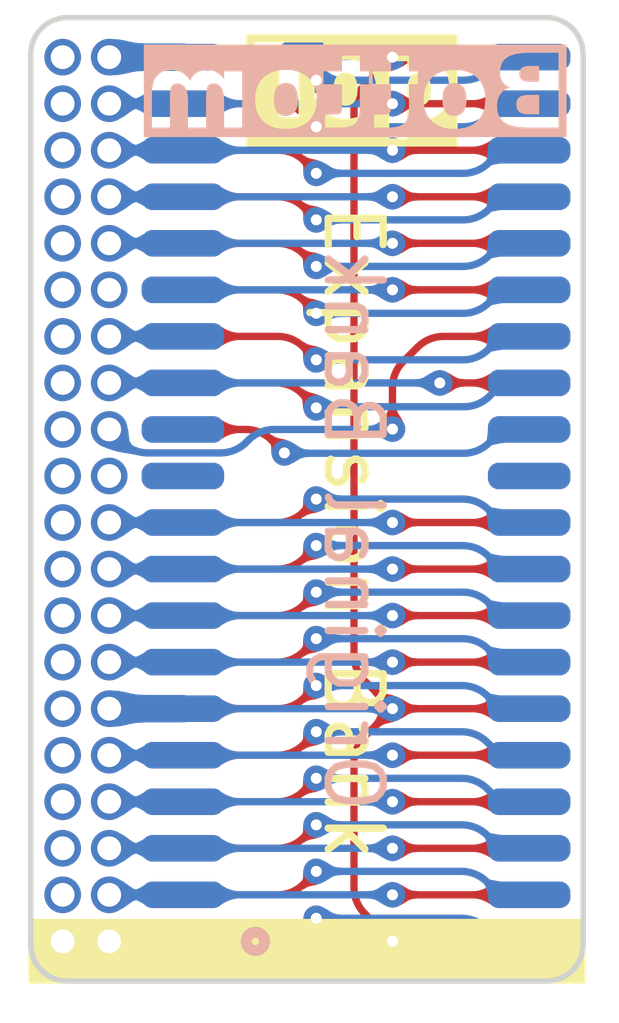
<source format=kicad_pcb>
(kicad_pcb (version 20221018) (generator pcbnew)
  (title_block (title "Diamond Monster 3D Expansion RAM Modules") (date "2023-09-15") (rev "1") (company "Jeff Chen"))
  (layers (0 "F.Cu" signal "Front") (1 "In1.Cu" signal) (2 "In2.Cu" power) (31 "B.Cu" signal "Back") (34 "B.Paste" user) (35 "F.Paste" user) (36 "B.SilkS" user "B.Silkscreen") (37 "F.SilkS" user "F.Silkscreen") (38 "B.Mask" user) (39 "F.Mask" user) (44 "Edge.Cuts" user))
  (net 0 "")
  (net 1 "/Shared.Vcc")
  (net 2 "/Shared.D0")
  (net 3 "/Shared.D1")
  (net 4 "/Shared.D2")
  (net 5 "/Shared.D3")
  (net 6 "/Shared.D4")
  (net 7 "/Shared.D5")
  (net 8 "/Shared.D6")
  (net 9 "/Shared.D7")
  (net 11 "Alt_RAS")
  (net 12 "/Shared.WE#")
  (net 13 "RAS#")
  (net 15 "/Shared.A0")
  (net 16 "/Shared.A1")
  (net 17 "/Shared.A2")
  (net 18 "/Shared.A3")
  (net 19 "/Shared.GND")
  (net 20 "/Shared.A4")
  (net 21 "/Shared.A5")
  (net 22 "/Shared.A6")
  (net 23 "/Shared.A7")
  (net 24 "/Shared.A8")
  (net 25 "/Shared.OE#")
  (net 26 "/Shared.CASH#")
  (net 27 "/Shared.CASL#")
  (net 29 "/Shared.D8")
  (net 30 "/Shared.D9")
  (net 31 "/Shared.D10")
  (net 32 "/Shared.D11")
  (net 33 "/Shared.D12")
  (net 34 "/Shared.D13")
  (net 35 "/Shared.D14")
  (net 36 "/Shared.D15")
  (footprint "Voodoo RAM Expansion:Pin Header Male 2x20 THT" (layer "F.Cu") (at 144.73 111.07 180)
    (fp_text reference "P1" hide)
    (fp_text value "~")
    (pad "1" thru_hole circle (at 0 -0.01 180) (size 1 1) (drill 0.65) (layers "*.Cu" "*.Mask") (net 1 "/Shared.Vcc"))
    (pad "2" thru_hole circle (at 0 1.26 180) (size 1 1) (drill 0.65) (layers "*.Cu" "*.Mask") (net 2 "/Shared.D0"))
    (pad "3" thru_hole circle (at 0 2.53 180) (size 1 1) (drill 0.65) (layers "*.Cu" "*.Mask") (net 3 "/Shared.D1"))
    (pad "4" thru_hole circle (at 0 3.8 180) (size 1 1) (drill 0.65) (layers "*.Cu" "*.Mask") (net 4 "/Shared.D2"))
    (pad "5" thru_hole circle (at 0 5.07 180) (size 1 1) (drill 0.65) (layers "*.Cu" "*.Mask") (net 5 "/Shared.D3"))
    (pad "6" thru_hole circle (at 0 6.34 180) (size 1 1) (drill 0.65) (layers "*.Cu" "*.Mask") (net 1 "/Shared.Vcc"))
    (pad "7" thru_hole circle (at 0 7.61 180) (size 1 1) (drill 0.65) (layers "*.Cu" "*.Mask") (net 6 "/Shared.D4"))
    (pad "8" thru_hole circle (at 0 8.88 180) (size 1 1) (drill 0.65) (layers "*.Cu" "*.Mask") (net 7 "/Shared.D5"))
    (pad "9" thru_hole circle (at 0 10.15 180) (size 1 1) (drill 0.65) (layers "*.Cu" "*.Mask") (net 8 "/Shared.D6"))
    (pad "10" thru_hole circle (at 0 11.42 180) (size 1 1) (drill 0.65) (layers "*.Cu" "*.Mask") (net 9 "/Shared.D7"))
    (pad "11" thru_hole circle (at 0 12.69 180) (size 1 1) (drill 0.65) (layers "*.Cu" "*.Mask"))
    (pad "12" thru_hole circle (at 0 13.96 180) (size 1 1) (drill 0.65) (layers "*.Cu" "*.Mask") (net 11 "Alt_RAS"))
    (pad "13" thru_hole circle (at 0 15.23 180) (size 1 1) (drill 0.65) (layers "*.Cu" "*.Mask") (net 12 "/Shared.WE#"))
    (pad "14" thru_hole circle (at 0 16.5 180) (size 1 1) (drill 0.65) (layers "*.Cu" "*.Mask") (net 13 "RAS#"))
    (pad "15" thru_hole circle (at 0 17.77 180) (size 1 1) (drill 0.65) (layers "*.Cu" "*.Mask"))
    (pad "16" thru_hole circle (at 0 19.04 180) (size 1 1) (drill 0.65) (layers "*.Cu" "*.Mask") (net 15 "/Shared.A0"))
    (pad "17" thru_hole circle (at 0 20.31 180) (size 1 1) (drill 0.65) (layers "*.Cu" "*.Mask") (net 16 "/Shared.A1"))
    (pad "18" thru_hole circle (at 0 21.58 180) (size 1 1) (drill 0.65) (layers "*.Cu" "*.Mask") (net 17 "/Shared.A2"))
    (pad "19" thru_hole circle (at 0 22.85 180) (size 1 1) (drill 0.65) (layers "*.Cu" "*.Mask") (net 18 "/Shared.A3"))
    (pad "20" thru_hole circle (at 0 24.12 180) (size 1 1) (drill 0.65) (layers "*.Cu" "*.Mask") (net 1 "/Shared.Vcc"))
    (pad "21" thru_hole circle (at 1.27 24.12 180) (size 1 1) (drill 0.65) (layers "*.Cu" "*.Mask") (net 19 "/Shared.GND"))
    (pad "22" thru_hole circle (at 1.27 22.85 180) (size 1 1) (drill 0.65) (layers "*.Cu" "*.Mask") (net 20 "/Shared.A4"))
    (pad "23" thru_hole circle (at 1.27 21.58 180) (size 1 1) (drill 0.65) (layers "*.Cu" "*.Mask") (net 21 "/Shared.A5"))
    (pad "24" thru_hole circle (at 1.27 20.31 180) (size 1 1) (drill 0.65) (layers "*.Cu" "*.Mask") (net 22 "/Shared.A6"))
    (pad "25" thru_hole circle (at 1.27 19.04 180) (size 1 1) (drill 0.65) (layers "*.Cu" "*.Mask") (net 23 "/Shared.A7"))
    (pad "26" thru_hole circle (at 1.27 17.77 180) (size 1 1) (drill 0.65) (layers "*.Cu" "*.Mask") (net 24 "/Shared.A8"))
    (pad "27" thru_hole circle (at 1.27 16.5 180) (size 1 1) (drill 0.65) (layers "*.Cu" "*.Mask") (net 25 "/Shared.OE#"))
    (pad "28" thru_hole circle (at 1.27 15.23 180) (size 1 1) (drill 0.65) (layers "*.Cu" "*.Mask") (net 26 "/Shared.CASH#"))
    (pad "29" thru_hole circle (at 1.27 13.96 180) (size 1 1) (drill 0.65) (layers "*.Cu" "*.Mask") (net 27 "/Shared.CASL#"))
    (pad "30" thru_hole circle (at 1.27 12.69 180) (size 1 1) (drill 0.65) (layers "*.Cu" "*.Mask"))
    (pad "31" thru_hole circle (at 1.27 11.42 180) (size 1 1) (drill 0.65) (layers "*.Cu" "*.Mask") (net 29 "/Shared.D8"))
    (pad "32" thru_hole circle (at 1.27 10.15 180) (size 1 1) (drill 0.65) (layers "*.Cu" "*.Mask") (net 30 "/Shared.D9"))
    (pad "33" thru_hole circle (at 1.27 8.88 180) (size 1 1) (drill 0.65) (layers "*.Cu" "*.Mask") (net 31 "/Shared.D10"))
    (pad "34" thru_hole circle (at 1.27 7.61 180) (size 1 1) (drill 0.65) (layers "*.Cu" "*.Mask") (net 32 "/Shared.D11"))
    (pad "35" thru_hole circle (at 1.27 6.34 180) (size 1 1) (drill 0.65) (layers "*.Cu" "*.Mask") (net 19 "/Shared.GND"))
    (pad "36" thru_hole circle (at 1.27 5.07 180) (size 1 1) (drill 0.65) (layers "*.Cu" "*.Mask") (net 33 "/Shared.D12"))
    (pad "37" thru_hole circle (at 1.27 3.8 180) (size 1 1) (drill 0.65) (layers "*.Cu" "*.Mask") (net 34 "/Shared.D13"))
    (pad "38" thru_hole circle (at 1.27 2.53 180) (size 1 1) (drill 0.65) (layers "*.Cu" "*.Mask") (net 35 "/Shared.D14"))
    (pad "39" thru_hole circle (at 1.27 1.26 180) (size 1 1) (drill 0.65) (layers "*.Cu" "*.Mask") (net 36 "/Shared.D15"))
    (pad "40" thru_hole circle (at 1.27 -0.01 180) (size 1 1) (drill 0.65) (layers "*.Cu" "*.Mask") (net 19 "/Shared.GND"))
  )
  (footprint "Voodoo RAM Expansion:SOJ40" (layer "F.Cu") (at 156.19 111.08 180)
    (fp_text reference "U2" hide)
    (fp_text value "Expansion Bank" (at 4.8 11.16 270 unlocked) (layer "F.SilkS") (effects (font (size 1.5 1.5) (thickness 0.2))))
    (fp_circle (center 1.98 0) (end 2.08 0) (stroke (width 0.3)) (fill none) (layer "F.SilkS"))
    (pad "1" smd roundrect (at 0 0 180) (size 2.25 0.725) (layers "F.Cu" "F.Paste" "F.Mask") (roundrect_rratio 0.4) (net 1 "/Shared.Vcc"))
    (pad "2" smd roundrect (at 0 1.27 180) (size 2.25 0.725) (layers "F.Cu" "F.Paste" "F.Mask") (roundrect_rratio 0.4) (net 2 "/Shared.D0"))
    (pad "3" smd roundrect (at 0 2.54 180) (size 2.25 0.725) (layers "F.Cu" "F.Paste" "F.Mask") (roundrect_rratio 0.4) (net 3 "/Shared.D1"))
    (pad "4" smd roundrect (at 0 3.81 180) (size 2.25 0.725) (layers "F.Cu" "F.Paste" "F.Mask") (roundrect_rratio 0.4) (net 4 "/Shared.D2"))
    (pad "5" smd roundrect (at 0 5.08 180) (size 2.25 0.725) (layers "F.Cu" "F.Paste" "F.Mask") (roundrect_rratio 0.4) (net 5 "/Shared.D3"))
    (pad "6" smd roundrect (at 0 6.35 180) (size 2.25 0.725) (layers "F.Cu" "F.Paste" "F.Mask") (roundrect_rratio 0.4) (net 1 "/Shared.Vcc"))
    (pad "7" smd roundrect (at 0 7.62 180) (size 2.25 0.725) (layers "F.Cu" "F.Paste" "F.Mask") (roundrect_rratio 0.4) (net 6 "/Shared.D4"))
    (pad "8" smd roundrect (at 0 8.89 180) (size 2.25 0.725) (layers "F.Cu" "F.Paste" "F.Mask") (roundrect_rratio 0.4) (net 7 "/Shared.D5"))
    (pad "9" smd roundrect (at 0 10.16 180) (size 2.25 0.725) (layers "F.Cu" "F.Paste" "F.Mask") (roundrect_rratio 0.4) (net 8 "/Shared.D6"))
    (pad "10" smd roundrect (at 0 11.43 180) (size 2.25 0.725) (layers "F.Cu" "F.Paste" "F.Mask") (roundrect_rratio 0.4) (net 9 "/Shared.D7"))
    (pad "11" smd roundrect (at 0 12.7 180) (size 2.25 0.725) (layers "F.Cu" "F.Paste" "F.Mask") (roundrect_rratio 0.4))
    (pad "12" smd roundrect (at 0 13.97 180) (size 2.25 0.725) (layers "F.Cu" "F.Paste" "F.Mask") (roundrect_rratio 0.4))
    (pad "13" smd roundrect (at 0 15.24 180) (size 2.25 0.725) (layers "F.Cu" "F.Paste" "F.Mask") (roundrect_rratio 0.4) (net 12 "/Shared.WE#"))
    (pad "14" smd roundrect (at 0 16.51 180) (size 2.25 0.725) (layers "F.Cu" "F.Paste" "F.Mask") (roundrect_rratio 0.4) (net 11 "Alt_RAS"))
    (pad "15" smd roundrect (at 0 17.78 180) (size 2.25 0.725) (layers "F.Cu" "F.Paste" "F.Mask") (roundrect_rratio 0.4) (net 19 "/Shared.GND"))
    (pad "16" smd roundrect (at 0 19.05 180) (size 2.25 0.725) (layers "F.Cu" "F.Paste" "F.Mask") (roundrect_rratio 0.4) (net 15 "/Shared.A0"))
    (pad "17" smd roundrect (at 0 20.32 180) (size 2.25 0.725) (layers "F.Cu" "F.Paste" "F.Mask") (roundrect_rratio 0.4) (net 16 "/Shared.A1"))
    (pad "18" smd roundrect (at 0 21.59 180) (size 2.25 0.725) (layers "F.Cu" "F.Paste" "F.Mask") (roundrect_rratio 0.4) (net 17 "/Shared.A2"))
    (pad "19" smd roundrect (at 0 22.86 180) (size 2.25 0.725) (layers "F.Cu" "F.Paste" "F.Mask") (roundrect_rratio 0.4) (net 18 "/Shared.A3"))
    (pad "20" smd roundrect (at 0 24.13 180) (size 2.25 0.725) (layers "F.Cu" "F.Paste" "F.Mask") (roundrect_rratio 0.4) (net 1 "/Shared.Vcc"))
    (pad "21" smd roundrect (at 9.45 24.13 180) (size 2.25 0.725) (layers "F.Cu" "F.Paste" "F.Mask") (roundrect_rratio 0.4) (net 19 "/Shared.GND"))
    (pad "22" smd roundrect (at 9.45 22.86 180) (size 2.25 0.725) (layers "F.Cu" "F.Paste" "F.Mask") (roundrect_rratio 0.4) (net 20 "/Shared.A4"))
    (pad "23" smd roundrect (at 9.45 21.59 180) (size 2.25 0.725) (layers "F.Cu" "F.Paste" "F.Mask") (roundrect_rratio 0.4) (net 21 "/Shared.A5"))
    (pad "24" smd roundrect (at 9.45 20.32 180) (size 2.25 0.725) (layers "F.Cu" "F.Paste" "F.Mask") (roundrect_rratio 0.4) (net 22 "/Shared.A6"))
    (pad "25" smd roundrect (at 9.45 19.05 180) (size 2.25 0.725) (layers "F.Cu" "F.Paste" "F.Mask") (roundrect_rratio 0.4) (net 23 "/Shared.A7"))
    (pad "26" smd roundrect (at 9.45 17.78 180) (size 2.25 0.725) (layers "F.Cu" "F.Paste" "F.Mask") (roundrect_rratio 0.4) (net 24 "/Shared.A8"))
    (pad "27" smd roundrect (at 9.45 16.51 180) (size 2.25 0.725) (layers "F.Cu" "F.Paste" "F.Mask") (roundrect_rratio 0.4) (net 25 "/Shared.OE#"))
    (pad "28" smd roundrect (at 9.45 15.24 180) (size 2.25 0.725) (layers "F.Cu" "F.Paste" "F.Mask") (roundrect_rratio 0.4) (net 26 "/Shared.CASH#"))
    (pad "29" smd roundrect (at 9.45 13.97 180) (size 2.25 0.725) (layers "F.Cu" "F.Paste" "F.Mask") (roundrect_rratio 0.4) (net 27 "/Shared.CASL#"))
    (pad "30" smd roundrect (at 9.45 12.7 180) (size 2.25 0.725) (layers "F.Cu" "F.Paste" "F.Mask") (roundrect_rratio 0.4))
    (pad "31" smd roundrect (at 9.45 11.43 180) (size 2.25 0.725) (layers "F.Cu" "F.Paste" "F.Mask") (roundrect_rratio 0.4) (net 29 "/Shared.D8"))
    (pad "32" smd roundrect (at 9.45 10.16 180) (size 2.25 0.725) (layers "F.Cu" "F.Paste" "F.Mask") (roundrect_rratio 0.4) (net 30 "/Shared.D9"))
    (pad "33" smd roundrect (at 9.45 8.89 180) (size 2.25 0.725) (layers "F.Cu" "F.Paste" "F.Mask") (roundrect_rratio 0.4) (net 31 "/Shared.D10"))
    (pad "34" smd roundrect (at 9.45 7.62 180) (size 2.25 0.725) (layers "F.Cu" "F.Paste" "F.Mask") (roundrect_rratio 0.4) (net 32 "/Shared.D11"))
    (pad "35" smd roundrect (at 9.45 6.35 180) (size 2.25 0.725) (layers "F.Cu" "F.Paste" "F.Mask") (roundrect_rratio 0.4) (net 19 "/Shared.GND"))
    (pad "36" smd roundrect (at 9.45 5.08 180) (size 2.25 0.725) (layers "F.Cu" "F.Paste" "F.Mask") (roundrect_rratio 0.4) (net 33 "/Shared.D12"))
    (pad "37" smd roundrect (at 9.45 3.81 180) (size 2.25 0.725) (layers "F.Cu" "F.Paste" "F.Mask") (roundrect_rratio 0.4) (net 34 "/Shared.D13"))
    (pad "38" smd roundrect (at 9.45 2.54 180) (size 2.25 0.725) (layers "F.Cu" "F.Paste" "F.Mask") (roundrect_rratio 0.4) (net 35 "/Shared.D14"))
    (pad "39" smd roundrect (at 9.45 1.27 180) (size 2.25 0.725) (layers "F.Cu" "F.Paste" "F.Mask") (roundrect_rratio 0.4) (net 36 "/Shared.D15"))
    (pad "40" smd roundrect (at 9.45 0 180) (size 2.25 0.725) (layers "F.Cu" "F.Paste" "F.Mask") (roundrect_rratio 0.4) (net 19 "/Shared.GND"))
  )
  (footprint "LOGO" (layer "F.Cu") (at 150.12 99.02)
    (fp_text reference "G***" hide)
    (fp_text value "LOGO" hide)
  )
  (footprint "Voodoo RAM Expansion:SOJ40" (layer "B.Cu") (at 146.74 111.08)
    (fp_text reference "U1" hide)
    (fp_text value "Original Bank" (at 4.65 -11.23 270 unlocked) (layer "B.SilkS") (effects (font (size 1.5 1.5) (thickness 0.2)) (justify mirror)))
    (fp_circle (center 1.98 0) (end 2.08 0) (stroke (width 0.3)) (fill none) (layer "B.SilkS"))
    (pad "1" smd roundrect (at 0 0) (size 2.25 0.725) (layers "B.Cu" "B.Paste" "B.Mask") (roundrect_rratio 0.4) (net 1 "/Shared.Vcc"))
    (pad "2" smd roundrect (at 0 -1.27) (size 2.25 0.725) (layers "B.Cu" "B.Paste" "B.Mask") (roundrect_rratio 0.4) (net 2 "/Shared.D0"))
    (pad "3" smd roundrect (at 0 -2.54) (size 2.25 0.725) (layers "B.Cu" "B.Paste" "B.Mask") (roundrect_rratio 0.4) (net 3 "/Shared.D1"))
    (pad "4" smd roundrect (at 0 -3.81) (size 2.25 0.725) (layers "B.Cu" "B.Paste" "B.Mask") (roundrect_rratio 0.4) (net 4 "/Shared.D2"))
    (pad "5" smd roundrect (at 0 -5.08) (size 2.25 0.725) (layers "B.Cu" "B.Paste" "B.Mask") (roundrect_rratio 0.4) (net 5 "/Shared.D3"))
    (pad "6" smd roundrect (at 0 -6.35) (size 2.25 0.725) (layers "B.Cu" "B.Paste" "B.Mask") (roundrect_rratio 0.4) (net 1 "/Shared.Vcc"))
    (pad "7" smd roundrect (at 0 -7.62) (size 2.25 0.725) (layers "B.Cu" "B.Paste" "B.Mask") (roundrect_rratio 0.4) (net 6 "/Shared.D4"))
    (pad "8" smd roundrect (at 0 -8.89) (size 2.25 0.725) (layers "B.Cu" "B.Paste" "B.Mask") (roundrect_rratio 0.4) (net 7 "/Shared.D5"))
    (pad "9" smd roundrect (at 0 -10.16) (size 2.25 0.725) (layers "B.Cu" "B.Paste" "B.Mask") (roundrect_rratio 0.4) (net 8 "/Shared.D6"))
    (pad "10" smd roundrect (at 0 -11.43) (size 2.25 0.725) (layers "B.Cu" "B.Paste" "B.Mask") (roundrect_rratio 0.4) (net 9 "/Shared.D7"))
    (pad "11" smd roundrect (at 0 -12.7) (size 2.25 0.725) (layers "B.Cu" "B.Paste" "B.Mask") (roundrect_rratio 0.4))
    (pad "12" smd roundrect (at 0 -13.97) (size 2.25 0.725) (layers "B.Cu" "B.Paste" "B.Mask") (roundrect_rratio 0.4))
    (pad "13" smd roundrect (at 0 -15.24) (size 2.25 0.725) (layers "B.Cu" "B.Paste" "B.Mask") (roundrect_rratio 0.4) (net 12 "/Shared.WE#"))
    (pad "14" smd roundrect (at 0 -16.51) (size 2.25 0.725) (layers "B.Cu" "B.Paste" "B.Mask") (roundrect_rratio 0.4) (net 13 "RAS#"))
    (pad "15" smd roundrect (at 0 -17.78) (size 2.25 0.725) (layers "B.Cu" "B.Paste" "B.Mask") (roundrect_rratio 0.4) (net 19 "/Shared.GND"))
    (pad "16" smd roundrect (at 0 -19.05) (size 2.25 0.725) (layers "B.Cu" "B.Paste" "B.Mask") (roundrect_rratio 0.4) (net 15 "/Shared.A0"))
    (pad "17" smd roundrect (at 0 -20.32) (size 2.25 0.725) (layers "B.Cu" "B.Paste" "B.Mask") (roundrect_rratio 0.4) (net 16 "/Shared.A1"))
    (pad "18" smd roundrect (at 0 -21.59) (size 2.25 0.725) (layers "B.Cu" "B.Paste" "B.Mask") (roundrect_rratio 0.4) (net 17 "/Shared.A2"))
    (pad "19" smd roundrect (at 0 -22.86) (size 2.25 0.725) (layers "B.Cu" "B.Paste" "B.Mask") (roundrect_rratio 0.4) (net 18 "/Shared.A3"))
    (pad "20" smd roundrect (at 0 -24.13) (size 2.25 0.725) (layers "B.Cu" "B.Paste" "B.Mask") (roundrect_rratio 0.4) (net 1 "/Shared.Vcc"))
    (pad "21" smd roundrect (at 9.45 -24.13) (size 2.25 0.725) (layers "B.Cu" "B.Paste" "B.Mask") (roundrect_rratio 0.4) (net 19 "/Shared.GND"))
    (pad "22" smd roundrect (at 9.45 -22.86) (size 2.25 0.725) (layers "B.Cu" "B.Paste" "B.Mask") (roundrect_rratio 0.4) (net 20 "/Shared.A4"))
    (pad "23" smd roundrect (at 9.45 -21.59) (size 2.25 0.725) (layers "B.Cu" "B.Paste" "B.Mask") (roundrect_rratio 0.4) (net 21 "/Shared.A5"))
    (pad "24" smd roundrect (at 9.45 -20.32) (size 2.25 0.725) (layers "B.Cu" "B.Paste" "B.Mask") (roundrect_rratio 0.4) (net 22 "/Shared.A6"))
    (pad "25" smd roundrect (at 9.45 -19.05) (size 2.25 0.725) (layers "B.Cu" "B.Paste" "B.Mask") (roundrect_rratio 0.4) (net 23 "/Shared.A7"))
    (pad "26" smd roundrect (at 9.45 -17.78) (size 2.25 0.725) (layers "B.Cu" "B.Paste" "B.Mask") (roundrect_rratio 0.4) (net 24 "/Shared.A8"))
    (pad "27" smd roundrect (at 9.45 -16.51) (size 2.25 0.725) (layers "B.Cu" "B.Paste" "B.Mask") (roundrect_rratio 0.4) (net 25 "/Shared.OE#"))
    (pad "28" smd roundrect (at 9.45 -15.24) (size 2.25 0.725) (layers "B.Cu" "B.Paste" "B.Mask") (roundrect_rratio 0.4) (net 26 "/Shared.CASH#"))
    (pad "29" smd roundrect (at 9.45 -13.97) (size 2.25 0.725) (layers "B.Cu" "B.Paste" "B.Mask") (roundrect_rratio 0.4) (net 27 "/Shared.CASL#"))
    (pad "30" smd roundrect (at 9.45 -12.7) (size 2.25 0.725) (layers "B.Cu" "B.Paste" "B.Mask") (roundrect_rratio 0.4))
    (pad "31" smd roundrect (at 9.45 -11.43) (size 2.25 0.725) (layers "B.Cu" "B.Paste" "B.Mask") (roundrect_rratio 0.4) (net 29 "/Shared.D8"))
    (pad "32" smd roundrect (at 9.45 -10.16) (size 2.25 0.725) (layers "B.Cu" "B.Paste" "B.Mask") (roundrect_rratio 0.4) (net 30 "/Shared.D9"))
    (pad "33" smd roundrect (at 9.45 -8.89) (size 2.25 0.725) (layers "B.Cu" "B.Paste" "B.Mask") (roundrect_rratio 0.4) (net 31 "/Shared.D10"))
    (pad "34" smd roundrect (at 9.45 -7.62) (size 2.25 0.725) (layers "B.Cu" "B.Paste" "B.Mask") (roundrect_rratio 0.4) (net 32 "/Shared.D11"))
    (pad "35" smd roundrect (at 9.45 -6.35) (size 2.25 0.725) (layers "B.Cu" "B.Paste" "B.Mask") (roundrect_rratio 0.4) (net 19 "/Shared.GND"))
    (pad "36" smd roundrect (at 9.45 -5.08) (size 2.25 0.725) (layers "B.Cu" "B.Paste" "B.Mask") (roundrect_rratio 0.4) (net 33 "/Shared.D12"))
    (pad "37" smd roundrect (at 9.45 -3.81) (size 2.25 0.725) (layers "B.Cu" "B.Paste" "B.Mask") (roundrect_rratio 0.4) (net 34 "/Shared.D13"))
    (pad "38" smd roundrect (at 9.45 -2.54) (size 2.25 0.725) (layers "B.Cu" "B.Paste" "B.Mask") (roundrect_rratio 0.4) (net 35 "/Shared.D14"))
    (pad "39" smd roundrect (at 9.45 -1.27) (size 2.25 0.725) (layers "B.Cu" "B.Paste" "B.Mask") (roundrect_rratio 0.4) (net 36 "/Shared.D15"))
    (pad "40" smd roundrect (at 9.45 0) (size 2.25 0.725) (layers "B.Cu" "B.Paste" "B.Mask") (roundrect_rratio 0.4) (net 19 "/Shared.GND"))
  )
  (gr_rect (start 142.585 110.53) (end 157.665 112.17) (stroke (width 0.127)) (fill solid) (layer "F.SilkS"))
  (gr_line (start 142.59 86.87) (end 142.59 111.16284) (stroke (width 0.15)) (layer "Edge.Cuts"))
  (gr_arc (start 156.66 85.869923) (mid 157.36716 86.162839) (end 157.660076 86.87) (stroke (width 0.15)) (layer "Edge.Cuts"))
  (gr_line (start 143.587161 112.162915) (end 156.66284 112.162915) (stroke (width 0.15)) (layer "Edge.Cuts"))
  (gr_arc (start 142.59 86.87) (mid 142.882916 86.162839) (end 143.590077 85.869924) (stroke (width 0.15)) (layer "Edge.Cuts"))
  (gr_line (start 157.662915 111.162839) (end 157.662915 86.87) (stroke (width 0.15)) (layer "Edge.Cuts"))
  (gr_arc (start 157.662915 111.162839) (mid 157.37 111.869999) (end 156.66284 112.162915) (stroke (width 0.15)) (layer "Edge.Cuts"))
  (gr_arc (start 143.587161 112.162915) (mid 142.880001 111.87) (end 142.587085 111.16284) (stroke (width 0.15)) (layer "Edge.Cuts"))
  (gr_line (start 156.66 85.869923) (end 143.590077 85.869923) (stroke (width 0.15)) (layer "Edge.Cuts"))
  (gr_text "Bottom" (at 151.46 88.04) (layer "B.SilkS" knockout) (effects (font (size 2 2) (thickness 0.127) bold) (justify mirror)))
  (gr_text "Top" (at 151.41 87.76) (layer "F.SilkS" knockout) (effects (font (size 2 2) (thickness 0.127) bold)))
  (segment (start 151.41 106.194214) (end 151.41 109.615786) (width 0.2) (layer "F.Cu") (net 1))
  (segment (start 151.702893 110.322893) (end 152.46 111.08) (width 0.2) (layer "F.Cu") (net 1))
  (segment (start 152.46 104.73) (end 156.19 104.73) (width 0.2) (layer "F.Cu") (net 1))
  (segment (start 151.702893 103.972893) (end 152.46 104.73) (width 0.2) (layer "F.Cu") (net 1))
  (segment (start 151.41 88.414214) (end 151.41 103.265786) (width 0.2) (layer "F.Cu") (net 1))
  (segment (start 152.46 111.08) (end 156.19 111.08) (width 0.2) (layer "F.Cu") (net 1))
  (segment (start 152.46 86.95) (end 156.19 86.95) (width 0.2) (layer "F.Cu") (net 1))
  (segment (start 152.46 104.73) (end 151.702893 105.487107) (width 0.2) (layer "F.Cu") (net 1))
  (segment (start 152.46 86.95) (end 151.702893 87.707107) (width 0.2) (layer "F.Cu") (net 1))
  (via (at 152.46 104.73) (size 0.7) (drill 0.3) (layers "F.Cu" "B.Cu") (net 1))
  (via (at 152.46 111.08) (size 0.7) (drill 0.3) (layers "F.Cu" "B.Cu") (net 1))
  (via (at 152.46 86.95) (size 0.7) (drill 0.3) (layers "F.Cu" "B.Cu") (net 1))
  (arc (start 151.702893 103.972893) (mid 151.48612 103.64847) (end 151.41 103.265786) (width 0.2) (layer "F.Cu") (net 1))
  (arc (start 151.41 109.615786) (mid 151.48612 109.998469) (end 151.702893 110.322893) (width 0.2) (layer "F.Cu") (net 1))
  (arc (start 151.41 106.194214) (mid 151.48612 105.811531) (end 151.702893 105.487107) (width 0.2) (layer "F.Cu") (net 1))
  (arc (start 151.41 88.414214) (mid 151.48612 88.031531) (end 151.702893 87.707107) (width 0.2) (layer "F.Cu") (net 1))
  (segment (start 149.66 111.33) (end 152.21 111.33) (width 0.5) (layer "B.Cu") (net 1))
  (segment (start 144.73 111.08) (end 146.74 111.08) (width 0.75) (layer "B.Cu") (net 1))
  (segment (start 144.73 86.95) (end 146.74 86.95) (width 0.75) (layer "B.Cu") (net 1))
  (segment (start 149.41 111.08) (end 149.66 111.33) (width 0.5) (layer "B.Cu") (net 1))
  (segment (start 152.46 104.73) (end 152.45 104.73) (width 0.2) (layer "B.Cu") (net 1))
  (segment (start 146.74 111.08) (end 149.41 111.08) (width 0.5) (layer "B.Cu") (net 1))
  (segment (start 152.29 86.78) (end 152.46 86.95) (width 0.5) (layer "B.Cu") (net 1))
  (segment (start 149.62 86.78) (end 152.29 86.78) (width 0.5) (layer "B.Cu") (net 1))
  (segment (start 146.74 104.73) (end 152.45 104.73) (width 0.2) (layer "B.Cu") (net 1))
  (segment (start 152.21 111.33) (end 152.46 111.08) (width 0.5) (layer "B.Cu") (net 1))
  (segment (start 144.73 104.73) (end 146.74 104.73) (width 0.75) (layer "B.Cu") (net 1))
  (segment (start 146.74 86.95) (end 149.45 86.95) (width 0.5) (layer "B.Cu") (net 1))
  (segment (start 149.45 86.95) (end 149.62 86.78) (width 0.5) (layer "B.Cu") (net 1))
  (segment (start 152.46 109.81) (end 156.19 109.81) (width 0.2) (layer "F.Cu") (net 2))
  (via (at 152.46 109.81) (size 0.7) (drill 0.3) (layers "F.Cu" "B.Cu") (net 2))
  (segment (start 146.74 109.81) (end 152.46 109.81) (width 0.2) (layer "B.Cu") (net 2))
  (segment (start 144.73 109.81) (end 146.74 109.81) (width 0.2) (layer "B.Cu") (net 2))
  (segment (start 156.19 108.54) (end 152.46 108.54) (width 0.2) (layer "F.Cu") (net 3))
  (via (at 152.46 108.54) (size 0.7) (drill 0.3) (layers "F.Cu" "B.Cu") (net 3))
  (segment (start 146.74 108.54) (end 152.46 108.54) (width 0.2) (layer "B.Cu") (net 3))
  (segment (start 144.73 108.54) (end 146.74 108.54) (width 0.2) (layer "B.Cu") (net 3))
  (segment (start 156.19 107.27) (end 152.46 107.27) (width 0.2) (layer "F.Cu") (net 4))
  (via (at 152.46 107.27) (size 0.7) (drill 0.3) (layers "F.Cu" "B.Cu") (net 4))
  (segment (start 144.73 107.27) (end 146.74 107.27) (width 0.2) (layer "B.Cu") (net 4))
  (segment (start 146.74 107.27) (end 152.46 107.27) (width 0.2) (layer "B.Cu") (net 4))
  (segment (start 156.19 106) (end 152.46 106) (width 0.2) (layer "F.Cu") (net 5))
  (via (at 152.46 106) (size 0.7) (drill 0.3) (layers "F.Cu" "B.Cu") (net 5))
  (segment (start 144.73 106) (end 146.74 106) (width 0.2) (layer "B.Cu") (net 5))
  (segment (start 146.74 106) (end 152.46 106) (width 0.2) (layer "B.Cu") (net 5))
  (segment (start 152.46 103.46) (end 156.19 103.46) (width 0.2) (layer "F.Cu") (net 6))
  (via (at 152.46 103.46) (size 0.7) (drill 0.3) (layers "F.Cu" "B.Cu") (net 6))
  (segment (start 144.73 103.46) (end 146.74 103.46) (width 0.2) (layer "B.Cu") (net 6))
  (segment (start 146.74 103.46) (end 152.45 103.46) (width 0.2) (layer "B.Cu") (net 6))
  (segment (start 152.46 103.46) (end 152.45 103.46) (width 0.2) (layer "B.Cu") (net 6))
  (segment (start 156.19 102.19) (end 152.46 102.19) (width 0.2) (layer "F.Cu") (net 7))
  (via (at 152.46 102.19) (size 0.7) (drill 0.3) (layers "F.Cu" "B.Cu") (net 7))
  (segment (start 152.46 102.19) (end 146.74 102.19) (width 0.2) (layer "B.Cu") (net 7))
  (segment (start 144.73 102.19) (end 146.74 102.19) (width 0.2) (layer "B.Cu") (net 7))
  (segment (start 156.19 100.92) (end 152.46 100.92) (width 0.2) (layer "F.Cu") (net 8))
  (via (at 152.46 100.92) (size 0.7) (drill 0.3) (layers "F.Cu" "B.Cu") (net 8))
  (segment (start 152.46 100.92) (end 146.74 100.92) (width 0.2) (layer "B.Cu") (net 8))
  (segment (start 144.73 100.92) (end 146.74 100.92) (width 0.2) (layer "B.Cu") (net 8))
  (segment (start 156.19 99.65) (end 152.46 99.65) (width 0.2) (layer "F.Cu") (net 9))
  (via (at 152.46 99.65) (size 0.7) (drill 0.3) (layers "F.Cu" "B.Cu") (net 9))
  (segment (start 144.73 99.65) (end 146.74 99.65) (width 0.2) (layer "B.Cu") (net 9))
  (segment (start 152.46 99.65) (end 146.74 99.65) (width 0.2) (layer "B.Cu") (net 9))
  (segment (start 153.854214 94.57) (end 156.19 94.57) (width 0.2) (layer "F.Cu") (net 11))
  (segment (start 152.46 97.1) (end 152.46 95.964214) (width 0.2) (layer "F.Cu") (net 11))
  (segment (start 152.752893 95.257107) (end 153.147107 94.862893) (width 0.2) (layer "F.Cu") (net 11))
  (via (at 152.46 97.1) (size 0.7) (drill 0.3) (layers "F.Cu" "B.Cu") (net 11))
  (arc (start 152.46 95.964214) (mid 152.53612 95.581531) (end 152.752893 95.257107) (width 0.2) (layer "F.Cu") (net 11))
  (arc (start 153.854214 94.57) (mid 153.471531 94.64612) (end 153.147107 94.862893) (width 0.2) (layer "F.Cu") (net 11))
  (segment (start 144.73 97.11) (end 145.077107 97.457107) (width 0.2) (layer "B.Cu") (net 11))
  (segment (start 152.46 97.1) (end 152.45 97.11) (width 0.2) (layer "B.Cu") (net 11))
  (segment (start 145.784214 97.75) (end 147.765786 97.75) (width 0.2) (layer "B.Cu") (net 11))
  (segment (start 148.527107 97.402893) (end 148.472893 97.457107) (width 0.2) (layer "B.Cu") (net 11))
  (segment (start 152.45 97.11) (end 149.234214 97.11) (width 0.2) (layer "B.Cu") (net 11))
  (arc (start 145.077107 97.457107) (mid 145.40153 97.67388) (end 145.784214 97.75) (width 0.2) (layer "B.Cu") (net 11))
  (arc (start 148.527107 97.402893) (mid 148.85153 97.18612) (end 149.234214 97.11) (width 0.2) (layer "B.Cu") (net 11))
  (arc (start 147.765786 97.75) (mid 148.148469 97.67388) (end 148.472893 97.457107) (width 0.2) (layer "B.Cu") (net 11))
  (segment (start 153.75 95.84) (end 156.19 95.84) (width 0.2) (layer "F.Cu") (net 12))
  (via (at 153.75 95.84) (size 0.7) (drill 0.3) (layers "F.Cu" "B.Cu") (net 12))
  (segment (start 144.73 95.84) (end 146.74 95.84) (width 0.2) (layer "B.Cu") (net 12))
  (segment (start 153.75 95.84) (end 146.74 95.84) (width 0.2) (layer "B.Cu") (net 12))
  (segment (start 144.73 94.57) (end 146.74 94.57) (width 0.2) (layer "B.Cu") (net 13))
  (segment (start 152.46 92.03) (end 156.19 92.03) (width 0.2) (layer "F.Cu") (net 15))
  (via (at 152.46 92.03) (size 0.7) (drill 0.3) (layers "F.Cu" "B.Cu") (net 15))
  (segment (start 144.73 92.03) (end 146.74 92.03) (width 0.2) (layer "B.Cu") (net 15))
  (segment (start 152.46 92.03) (end 146.74 92.03) (width 0.2) (layer "B.Cu") (net 15))
  (segment (start 152.46 90.76) (end 156.19 90.76) (width 0.2) (layer "F.Cu") (net 16))
  (via (at 152.46 90.76) (size 0.7) (drill 0.3) (layers "F.Cu" "B.Cu") (net 16))
  (segment (start 152.46 90.76) (end 146.74 90.76) (width 0.2) (layer "B.Cu") (net 16))
  (segment (start 144.73 90.76) (end 146.74 90.76) (width 0.2) (layer "B.Cu") (net 16))
  (segment (start 152.46 89.49) (end 156.19 89.49) (width 0.2) (layer "F.Cu") (net 17))
  (via (at 152.46 89.49) (size 0.7) (drill 0.3) (layers "F.Cu" "B.Cu") (net 17))
  (segment (start 144.73 89.49) (end 146.74 89.49) (width 0.2) (layer "B.Cu") (net 17))
  (segment (start 152.46 89.49) (end 146.74 89.49) (width 0.2) (layer "B.Cu") (net 17))
  (segment (start 152.46 88.22) (end 156.19 88.22) (width 0.2) (layer "F.Cu") (net 18))
  (via (at 152.46 88.22) (size 0.7) (drill 0.3) (layers "F.Cu" "B.Cu") (net 18))
  (segment (start 152.46 88.22) (end 146.74 88.22) (width 0.2) (layer "B.Cu") (net 18))
  (segment (start 144.73 88.22) (end 146.74 88.22) (width 0.2) (layer "B.Cu") (net 18))
  (segment (start 150.052893 110.787107) (end 150.39 110.45) (width 0.2) (layer "F.Cu") (net 19))
  (segment (start 150.042893 87.242893) (end 150.38 87.58) (width 0.2) (layer "F.Cu") (net 19))
  (segment (start 146.74 104.73) (end 149.335786 104.73) (width 0.2) (layer "F.Cu") (net 19))
  (segment (start 152.46 93.3) (end 156.19 93.3) (width 0.2) (layer "F.Cu") (net 19))
  (segment (start 146.74 86.95) (end 149.335786 86.95) (width 0.2) (layer "F.Cu") (net 19))
  (segment (start 146.74 111.08) (end 149.345786 111.08) (width 0.2) (layer "F.Cu") (net 19))
  (segment (start 150.042893 104.437107) (end 150.38 104.1) (width 0.2) (layer "F.Cu") (net 19))
  (via (at 152.46 93.3) (size 0.7) (drill 0.3) (layers "F.Cu" "B.Cu") (net 19))
  (via (at 150.38 104.1) (size 0.7) (drill 0.3) (layers "F.Cu" "B.Cu") (net 19))
  (via (at 150.38 87.58) (size 0.7) (drill 0.3) (layers "F.Cu" "B.Cu") (net 19))
  (via (at 150.38 110.45) (size 0.7) (drill 0.3) (layers "F.Cu" "B.Cu") (net 19))
  (arc (start 149.335786 104.73) (mid 149.718469 104.65388) (end 150.042893 104.437107) (width 0.2) (layer "F.Cu") (net 19))
  (arc (start 150.052893 110.787107) (mid 149.72847 111.00388) (end 149.345786 111.08) (width 0.2) (layer "F.Cu") (net 19))
  (arc (start 150.042893 87.242893) (mid 149.71847 87.02612) (end 149.335786 86.95) (width 0.2) (layer "F.Cu") (net 19))
  (segment (start 150.38 87.58) (end 154.395786 87.58) (width 0.2) (layer "B.Cu") (net 19))
  (segment (start 154.335786 110.45) (end 150.39 110.45) (width 0.2) (layer "B.Cu") (net 19))
  (segment (start 150.38 104.1) (end 154.355786 104.1) (width 0.2) (layer "B.Cu") (net 19))
  (segment (start 155.102893 87.287107) (end 155.147107 87.242893) (width 0.2) (layer "B.Cu") (net 19))
  (segment (start 155.087107 110.787107) (end 155.042893 110.742893) (width 0.2) (layer "B.Cu") (net 19))
  (segment (start 156.19 111.08) (end 155.794214 111.08) (width 0.2) (layer "B.Cu") (net 19))
  (segment (start 152.46 93.3) (end 146.74 93.3) (width 0.2) (layer "B.Cu") (net 19))
  (segment (start 155.814214 104.73) (end 156.19 104.73) (width 0.2) (layer "B.Cu") (net 19))
  (segment (start 155.854214 86.95) (end 156.19 86.95) (width 0.2) (layer "B.Cu") (net 19))
  (segment (start 155.062893 104.392893) (end 155.107107 104.437107) (width 0.2) (layer "B.Cu") (net 19))
  (arc (start 154.355786 104.1) (mid 154.738469 104.17612) (end 155.062893 104.392893) (width 0.2) (layer "B.Cu") (net 19))
  (arc (start 154.335786 110.45) (mid 154.718469 110.52612) (end 155.042893 110.742893) (width 0.2) (layer "B.Cu") (net 19))
  (arc (start 155.814214 104.73) (mid 155.431531 104.65388) (end 155.107107 104.437107) (width 0.2) (layer "B.Cu") (net 19))
  (arc (start 155.147107 87.242893) (mid 155.47153 87.02612) (end 155.854214 86.95) (width 0.2) (layer "B.Cu") (net 19))
  (arc (start 155.087107 110.787107) (mid 155.41153 111.00388) (end 155.794214 111.08) (width 0.2) (layer "B.Cu") (net 19))
  (arc (start 154.395786 87.58) (mid 154.778469 87.50388) (end 155.102893 87.287107) (width 0.2) (layer "B.Cu") (net 19))
  (segment (start 150.38 88.85) (end 150.042893 88.512893) (width 0.2) (layer "F.Cu") (net 20))
  (segment (start 149.335786 88.22) (end 146.74 88.22) (width 0.2) (layer "F.Cu") (net 20))
  (via (at 150.38 88.85) (size 0.7) (drill 0.3) (layers "F.Cu" "B.Cu") (net 20))
  (arc (start 150.042893 88.512893) (mid 149.71847 88.29612) (end 149.335786 88.22) (width 0.2) (layer "F.Cu") (net 20))
  (segment (start 155.092893 88.557107) (end 155.137107 88.512893) (width 0.2) (layer "B.Cu") (net 20))
  (segment (start 150.38 88.85) (end 154.385786 88.85) (width 0.2) (layer "B.Cu") (net 20))
  (segment (start 155.844214 88.22) (end 156.19 88.22) (width 0.2) (layer "B.Cu") (net 20))
  (arc (start 155.137107 88.512893) (mid 155.46153 88.29612) (end 155.844214 88.22) (width 0.2) (layer "B.Cu") (net 20))
  (arc (start 155.092893 88.557107) (mid 154.76847 88.77388) (end 154.385786 88.85) (width 0.2) (layer "B.Cu") (net 20))
  (segment (start 150.39 90.12) (end 150.052893 89.782893) (width 0.2) (layer "F.Cu") (net 21))
  (segment (start 149.345786 89.49) (end 146.74 89.49) (width 0.2) (layer "F.Cu") (net 21))
  (via (at 150.38 90.12) (size 0.7) (drill 0.3) (layers "F.Cu" "B.Cu") (net 21))
  (arc (start 150.052893 89.782893) (mid 149.72847 89.56612) (end 149.345786 89.49) (width 0.2) (layer "F.Cu") (net 21))
  (segment (start 155.137107 89.782893) (end 155.092893 89.827107) (width 0.2) (layer "B.Cu") (net 21))
  (segment (start 156.19 89.49) (end 155.844214 89.49) (width 0.2) (layer "B.Cu") (net 21))
  (segment (start 154.385786 90.12) (end 150.39 90.12) (width 0.2) (layer "B.Cu") (net 21))
  (arc (start 155.092893 89.827107) (mid 154.76847 90.04388) (end 154.385786 90.12) (width 0.2) (layer "B.Cu") (net 21))
  (arc (start 155.137107 89.782893) (mid 155.46153 89.56612) (end 155.844214 89.49) (width 0.2) (layer "B.Cu") (net 21))
  (segment (start 149.335786 90.76) (end 146.74 90.76) (width 0.2) (layer "F.Cu") (net 22))
  (segment (start 150.38 91.39) (end 150.042893 91.052893) (width 0.2) (layer "F.Cu") (net 22))
  (via (at 150.38 91.39) (size 0.7) (drill 0.3) (layers "F.Cu" "B.Cu") (net 22))
  (arc (start 149.335786 90.76) (mid 149.718469 90.83612) (end 150.042893 91.052893) (width 0.2) (layer "F.Cu") (net 22))
  (segment (start 155.844214 90.76) (end 156.19 90.76) (width 0.2) (layer "B.Cu") (net 22))
  (segment (start 155.092893 91.097107) (end 155.137107 91.052893) (width 0.2) (layer "B.Cu") (net 22))
  (segment (start 150.38 91.39) (end 154.385786 91.39) (width 0.2) (layer "B.Cu") (net 22))
  (arc (start 155.092893 91.097107) (mid 154.76847 91.31388) (end 154.385786 91.39) (width 0.2) (layer "B.Cu") (net 22))
  (arc (start 155.844214 90.76) (mid 155.461531 90.83612) (end 155.137107 91.052893) (width 0.2) (layer "B.Cu") (net 22))
  (segment (start 150.37 92.66) (end 150.032893 92.322893) (width 0.2) (layer "F.Cu") (net 23))
  (segment (start 149.325786 92.03) (end 146.74 92.03) (width 0.2) (layer "F.Cu") (net 23))
  (via (at 150.38 92.66) (size 0.7) (drill 0.3) (layers "F.Cu" "B.Cu") (net 23))
  (arc (start 150.032893 92.322893) (mid 149.70847 92.10612) (end 149.325786 92.03) (width 0.2) (layer "F.Cu") (net 23))
  (segment (start 155.844214 92.03) (end 156.19 92.03) (width 0.2) (layer "B.Cu") (net 23))
  (segment (start 155.092893 92.367107) (end 155.137107 92.322893) (width 0.2) (layer "B.Cu") (net 23))
  (segment (start 150.37 92.66) (end 154.385786 92.66) (width 0.2) (layer "B.Cu") (net 23))
  (arc (start 155.844214 92.03) (mid 155.461531 92.10612) (end 155.137107 92.322893) (width 0.2) (layer "B.Cu") (net 23))
  (arc (start 155.092893 92.367107) (mid 154.76847 92.58388) (end 154.385786 92.66) (width 0.2) (layer "B.Cu") (net 23))
  (segment (start 150.38 93.94) (end 150.032893 93.592893) (width 0.2) (layer "F.Cu") (net 24))
  (segment (start 149.325786 93.3) (end 146.74 93.3) (width 0.2) (layer "F.Cu") (net 24))
  (via (at 150.38 93.94) (size 0.7) (drill 0.3) (layers "F.Cu" "B.Cu") (net 24))
  (arc (start 150.032893 93.592893) (mid 149.70847 93.37612) (end 149.325786 93.3) (width 0.2) (layer "F.Cu") (net 24))
  (segment (start 154.385786 93.94) (end 150.38 93.94) (width 0.2) (layer "B.Cu") (net 24))
  (segment (start 155.147107 93.592893) (end 155.092893 93.647107) (width 0.2) (layer "B.Cu") (net 24))
  (segment (start 156.19 93.3) (end 155.854214 93.3) (width 0.2) (layer "B.Cu") (net 24))
  (arc (start 155.147107 93.592893) (mid 155.47153 93.37612) (end 155.854214 93.3) (width 0.2) (layer "B.Cu") (net 24))
  (arc (start 154.385786 93.94) (mid 154.768469 93.86388) (end 155.092893 93.647107) (width 0.2) (layer "B.Cu") (net 24))
  (segment (start 149.325786 94.57) (end 146.74 94.57) (width 0.2) (layer "F.Cu") (net 25))
  (segment (start 150.38 95.21) (end 150.032893 94.862893) (width 0.2) (layer "F.Cu") (net 25))
  (via (at 150.38 95.21) (size 0.7) (drill 0.3) (layers "F.Cu" "B.Cu") (net 25))
  (arc (start 149.325786 94.57) (mid 149.708469 94.64612) (end 150.032893 94.862893) (width 0.2) (layer "F.Cu") (net 25))
  (segment (start 155.082893 94.917107) (end 155.137107 94.862893) (width 0.2) (layer "B.Cu") (net 25))
  (segment (start 150.38 95.21) (end 154.375786 95.21) (width 0.2) (layer "B.Cu") (net 25))
  (segment (start 155.844214 94.57) (end 156.19 94.57) (width 0.2) (layer "B.Cu") (net 25))
  (arc (start 155.137107 94.862893) (mid 155.46153 94.64612) (end 155.844214 94.57) (width 0.2) (layer "B.Cu") (net 25))
  (arc (start 155.082893 94.917107) (mid 154.75847 95.13388) (end 154.375786 95.21) (width 0.2) (layer "B.Cu") (net 25))
  (segment (start 149.285786 95.84) (end 146.74 95.84) (width 0.2) (layer "F.Cu") (net 26))
  (segment (start 150.38 96.52) (end 149.992893 96.132893) (width 0.2) (layer "F.Cu") (net 26))
  (via (at 150.38 96.52) (size 0.7) (drill 0.3) (layers "F.Cu" "B.Cu") (net 26))
  (arc (start 149.285786 95.84) (mid 149.668469 95.91612) (end 149.992893 96.132893) (width 0.2) (layer "F.Cu") (net 26))
  (segment (start 155.112893 96.197107) (end 155.177107 96.132893) (width 0.2) (layer "B.Cu") (net 26))
  (segment (start 155.884214 95.84) (end 156.19 95.84) (width 0.2) (layer "B.Cu") (net 26))
  (segment (start 150.41 96.49) (end 154.405786 96.49) (width 0.2) (layer "B.Cu") (net 26))
  (segment (start 150.38 96.52) (end 150.41 96.49) (width 0.2) (layer "B.Cu") (net 26))
  (arc (start 155.112893 96.197107) (mid 154.78847 96.41388) (end 154.405786 96.49) (width 0.2) (layer "B.Cu") (net 26))
  (arc (start 155.177107 96.132893) (mid 155.50153 95.91612) (end 155.884214 95.84) (width 0.2) (layer "B.Cu") (net 26))
  (segment (start 149.51 97.75) (end 149.162893 97.402893) (width 0.2) (layer "F.Cu") (net 27))
  (segment (start 148.455786 97.11) (end 146.74 97.11) (width 0.2) (layer "F.Cu") (net 27))
  (via (at 149.51 97.75) (size 0.7) (drill 0.3) (layers "F.Cu" "B.Cu") (net 27))
  (arc (start 149.162893 97.402893) (mid 148.83847 97.18612) (end 148.455786 97.11) (width 0.2) (layer "F.Cu") (net 27))
  (segment (start 155.102893 97.467107) (end 155.167107 97.402893) (width 0.2) (layer "B.Cu") (net 27))
  (segment (start 149.51 97.75) (end 149.52 97.76) (width 0.2) (layer "B.Cu") (net 27))
  (segment (start 149.52 97.76) (end 154.395786 97.76) (width 0.2) (layer "B.Cu") (net 27))
  (segment (start 155.874214 97.11) (end 156.19 97.11) (width 0.2) (layer "B.Cu") (net 27))
  (arc (start 154.395786 97.76) (mid 154.778469 97.68388) (end 155.102893 97.467107) (width 0.2) (layer "B.Cu") (net 27))
  (arc (start 155.874214 97.11) (mid 155.491531 97.18612) (end 155.167107 97.402893) (width 0.2) (layer "B.Cu") (net 27))
  (segment (start 149.325786 99.65) (end 146.74 99.65) (width 0.2) (layer "F.Cu") (net 29))
  (segment (start 150.38 99.01) (end 150.032893 99.357107) (width 0.2) (layer "F.Cu") (net 29))
  (via (at 150.38 99.01) (size 0.7) (drill 0.3) (layers "F.Cu" "B.Cu") (net 29))
  (arc (start 149.325786 99.65) (mid 149.708469 99.57388) (end 150.032893 99.357107) (width 0.2) (layer "F.Cu") (net 29))
  (segment (start 155.844214 99.65) (end 156.19 99.65) (width 0.2) (layer "B.Cu") (net 29))
  (segment (start 150.38 99.01) (end 154.375786 99.01) (width 0.2) (layer "B.Cu") (net 29))
  (segment (start 155.082893 99.302893) (end 155.137107 99.357107) (width 0.2) (layer "B.Cu") (net 29))
  (arc (start 154.375786 99.01) (mid 154.758469 99.08612) (end 155.082893 99.302893) (width 0.2) (layer "B.Cu") (net 29))
  (arc (start 155.844214 99.65) (mid 155.461531 99.57388) (end 155.137107 99.357107) (width 0.2) (layer "B.Cu") (net 29))
  (segment (start 150.032893 100.627107) (end 150.38 100.28) (width 0.2) (layer "F.Cu") (net 30))
  (segment (start 146.74 100.92) (end 149.325786 100.92) (width 0.2) (layer "F.Cu") (net 30))
  (via (at 150.38 100.28) (size 0.7) (drill 0.3) (layers "F.Cu" "B.Cu") (net 30))
  (arc (start 150.032893 100.627107) (mid 149.70847 100.84388) (end 149.325786 100.92) (width 0.2) (layer "F.Cu") (net 30))
  (segment (start 155.844214 100.92) (end 156.19 100.92) (width 0.2) (layer "B.Cu") (net 30))
  (segment (start 155.082893 100.572893) (end 155.137107 100.627107) (width 0.2) (layer "B.Cu") (net 30))
  (segment (start 150.38 100.28) (end 154.375786 100.28) (width 0.2) (layer "B.Cu") (net 30))
  (arc (start 155.844214 100.92) (mid 155.461531 100.84388) (end 155.137107 100.627107) (width 0.2) (layer "B.Cu") (net 30))
  (arc (start 155.082893 100.572893) (mid 154.75847 100.35612) (end 154.375786 100.28) (width 0.2) (layer "B.Cu") (net 30))
  (segment (start 146.74 102.19) (end 149.325786 102.19) (width 0.2) (layer "F.Cu") (net 31))
  (segment (start 150.032893 101.897107) (end 150.38 101.55) (width 0.2) (layer "F.Cu") (net 31))
  (via (at 150.38 101.55) (size 0.7) (drill 0.3) (layers "F.Cu" "B.Cu") (net 31))
  (arc (start 149.325786 102.19) (mid 149.708469 102.11388) (end 150.032893 101.897107) (width 0.2) (layer "F.Cu") (net 31))
  (segment (start 155.082893 101.842893) (end 155.137107 101.897107) (width 0.2) (layer "B.Cu") (net 31))
  (segment (start 150.38 101.55) (end 154.375786 101.55) (width 0.2) (layer "B.Cu") (net 31))
  (segment (start 155.844214 102.19) (end 156.19 102.19) (width 0.2) (layer "B.Cu") (net 31))
  (arc (start 155.137107 101.897107) (mid 155.46153 102.11388) (end 155.844214 102.19) (width 0.2) (layer "B.Cu") (net 31))
  (arc (start 155.082893 101.842893) (mid 154.75847 101.62612) (end 154.375786 101.55) (width 0.2) (layer "B.Cu") (net 31))
  (segment (start 146.74 103.46) (end 149.325786 103.46) (width 0.2) (layer "F.Cu") (net 32))
  (segment (start 150.032893 103.167107) (end 150.38 102.82) (width 0.2) (layer "F.Cu") (net 32))
  (via (at 150.38 102.82) (size 0.7) (drill 0.3) (layers "F.Cu" "B.Cu") (net 32))
  (arc (start 149.325786 103.46) (mid 149.708469 103.38388) (end 150.032893 103.167107) (width 0.2) (layer "F.Cu") (net 32))
  (segment (start 155.082893 103.112893) (end 155.137107 103.167107) (width 0.2) (layer "B.Cu") (net 32))
  (segment (start 150.38 102.82) (end 154.375786 102.82) (width 0.2) (layer "B.Cu") (net 32))
  (segment (start 155.844214 103.46) (end 156.19 103.46) (width 0.2) (layer "B.Cu") (net 32))
  (arc (start 155.137107 103.167107) (mid 155.46153 103.38388) (end 155.844214 103.46) (width 0.2) (layer "B.Cu") (net 32))
  (arc (start 155.082893 103.112893) (mid 154.75847 102.89612) (end 154.375786 102.82) (width 0.2) (layer "B.Cu") (net 32))
  (segment (start 150.032893 105.707107) (end 150.355 105.385) (width 0.2) (layer "F.Cu") (net 33))
  (segment (start 146.74 106) (end 149.325786 106) (width 0.2) (layer "F.Cu") (net 33))
  (segment (start 150.355 105.385) (end 150.38 105.36) (width 0.2) (layer "F.Cu") (net 33))
  (via (at 150.38 105.36) (size 0.7) (drill 0.3) (layers "F.Cu" "B.Cu") (net 33))
  (arc (start 150.032893 105.707107) (mid 149.70847 105.92388) (end 149.325786 106) (width 0.2) (layer "F.Cu") (net 33))
  (segment (start 155.052893 105.652893) (end 155.107107 105.707107) (width 0.2) (layer "B.Cu") (net 33))
  (segment (start 155.814214 106) (end 156.19 106) (width 0.2) (layer "B.Cu") (net 33))
  (segment (start 150.38 105.36) (end 154.345786 105.36) (width 0.2) (layer "B.Cu") (net 33))
  (arc (start 155.107107 105.707107) (mid 155.43153 105.92388) (end 155.814214 106) (width 0.2) (layer "B.Cu") (net 33))
  (arc (start 155.052893 105.652893) (mid 154.72847 105.43612) (end 154.345786 105.36) (width 0.2) (layer "B.Cu") (net 33))
  (segment (start 150.032893 106.977107) (end 150.38 106.63) (width 0.2) (layer "F.Cu") (net 34))
  (segment (start 146.74 107.27) (end 149.325786 107.27) (width 0.2) (layer "F.Cu") (net 34))
  (via (at 150.38 106.63) (size 0.7) (drill 0.3) (layers "F.Cu" "B.Cu") (net 34))
  (arc (start 150.032893 106.977107) (mid 149.70847 107.19388) (end 149.325786 107.27) (width 0.2) (layer "F.Cu") (net 34))
  (segment (start 155.052893 106.922893) (end 155.107107 106.977107) (width 0.2) (layer "B.Cu") (net 34))
  (segment (start 150.38 106.63) (end 154.345786 106.63) (width 0.2) (layer "B.Cu") (net 34))
  (segment (start 155.814214 107.27) (end 156.19 107.27) (width 0.2) (layer "B.Cu") (net 34))
  (arc (start 155.107107 106.977107) (mid 155.43153 107.19388) (end 155.814214 107.27) (width 0.2) (layer "B.Cu") (net 34))
  (arc (start 155.052893 106.922893) (mid 154.72847 106.70612) (end 154.345786 106.63) (width 0.2) (layer "B.Cu") (net 34))
  (segment (start 150.032893 108.247107) (end 150.38 107.9) (width 0.2) (layer "F.Cu") (net 35))
  (segment (start 146.74 108.54) (end 149.325786 108.54) (width 0.2) (layer "F.Cu") (net 35))
  (via (at 150.38 107.9) (size 0.7) (drill 0.3) (layers "F.Cu" "B.Cu") (net 35))
  (arc (start 150.032893 108.247107) (mid 149.70847 108.46388) (end 149.325786 108.54) (width 0.2) (layer "F.Cu") (net 35))
  (segment (start 150.38 107.9) (end 154.345786 107.9) (width 0.2) (layer "B.Cu") (net 35))
  (segment (start 155.814214 108.54) (end 156.19 108.54) (width 0.2) (layer "B.Cu") (net 35))
  (segment (start 155.052893 108.192893) (end 155.107107 108.247107) (width 0.2) (layer "B.Cu") (net 35))
  (arc (start 155.814214 108.54) (mid 155.431531 108.46388) (end 155.107107 108.247107) (width 0.2) (layer "B.Cu") (net 35))
  (arc (start 154.345786 107.9) (mid 154.728469 107.97612) (end 155.052893 108.192893) (width 0.2) (layer "B.Cu") (net 35))
  (segment (start 150.032893 109.517107) (end 150.38 109.17) (width 0.2) (layer "F.Cu") (net 36))
  (segment (start 146.74 109.81) (end 149.325786 109.81) (width 0.2) (layer "F.Cu") (net 36))
  (via (at 150.38 109.17) (size 0.7) (drill 0.3) (layers "F.Cu" "B.Cu") (net 36))
  (arc (start 150.032893 109.517107) (mid 149.70847 109.73388) (end 149.325786 109.81) (width 0.2) (layer "F.Cu") (net 36))
  (segment (start 155.804214 109.81) (end 156.19 109.81) (width 0.2) (layer "B.Cu") (net 36))
  (segment (start 155.042893 109.462893) (end 155.097107 109.517107) (width 0.2) (layer "B.Cu") (net 36))
  (segment (start 150.38 109.17) (end 154.335786 109.17) (width 0.2) (layer "B.Cu") (net 36))
  (arc (start 155.042893 109.462893) (mid 154.71847 109.24612) (end 154.335786 109.17) (width 0.2) (layer "B.Cu") (net 36))
  (arc (start 155.804214 109.81) (mid 155.421531 109.73388) (end 155.097107 109.517107) (width 0.2) (layer "B.Cu") (net 36))
)
</source>
